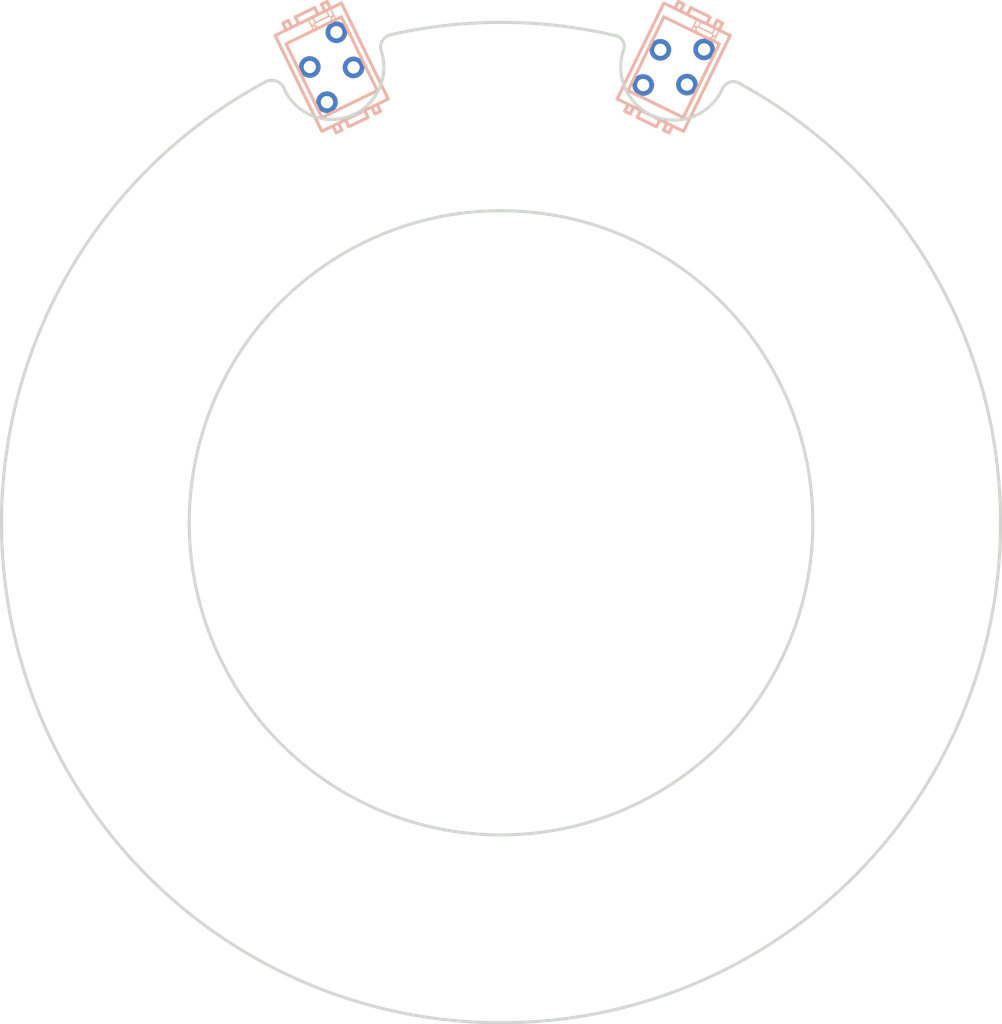
<source format=kicad_pcb>
(kicad_pcb (version 3) (host pcbnew "(2014-06-29 BZR 4957)-product")

  (general
    (links 0)
    (no_connects 0)
    (area 117.460156 62.430714 182.539844 127.539844)
    (thickness 1.6)
    (drawings 11)
    (tracks 0)
    (zones 0)
    (modules 2)
    (nets 4)
  )

  (page A4)
  (title_block
    (title IKEA-Samtid_mood-light)
    (date "18 Jul 2014")
    (rev 0.19.b)
    (company "2014 - blog.spitzenpfeil.org")
  )

  (layers
    (15 F.Cu signal)
    (0 B.Cu signal)
    (18 B.Paste user)
    (19 F.Paste user)
    (20 B.SilkS user)
    (21 F.SilkS user)
    (22 B.Mask user)
    (23 F.Mask user)
    (24 Dwgs.User user)
    (25 Cmts.User user hide)
    (26 Eco1.User user hide)
    (28 Edge.Cuts user)
  )

  (setup
    (last_trace_width 0.4064)
    (user_trace_width 0.2032)
    (user_trace_width 0.254)
    (user_trace_width 1.3)
    (user_trace_width 1.5)
    (user_trace_width 2.032)
    (user_trace_width 2.54)
    (trace_clearance 0.2032)
    (zone_clearance 0.2)
    (zone_45_only no)
    (trace_min 0.2032)
    (segment_width 0.2)
    (edge_width 0.2)
    (via_size 0.7112)
    (via_drill 0.3302)
    (via_min_size 0.5588)
    (via_min_drill 0.254)
    (uvia_size 0.508)
    (uvia_drill 0.127)
    (uvias_allowed no)
    (uvia_min_size 0.508)
    (uvia_min_drill 0.127)
    (pcb_text_width 0.2)
    (pcb_text_size 1 1)
    (mod_edge_width 0.2)
    (mod_text_size 1 1)
    (mod_text_width 0.2)
    (pad_size 0.6 0.75)
    (pad_drill 0)
    (pad_to_mask_clearance 0)
    (aux_axis_origin 0 0)
    (visible_elements FFFFFF7F)
    (pcbplotparams
      (layerselection 268435456)
      (usegerberextensions true)
      (excludeedgelayer true)
      (linewidth 0.100000)
      (plotframeref false)
      (viasonmask false)
      (mode 1)
      (useauxorigin false)
      (hpglpennumber 1)
      (hpglpenspeed 20)
      (hpglpendiameter 15)
      (hpglpenoverlay 2)
      (psnegative false)
      (psa4output false)
      (plotreference true)
      (plotvalue true)
      (plotinvisibletext false)
      (padsonsilk false)
      (subtractmaskfromsilk true)
      (outputformat 1)
      (mirror false)
      (drillshape 0)
      (scaleselection 1)
      (outputdirectory gerber_files/))
  )

  (net 0 "")
  (net 1 /VCC.A)
  (net 2 /WS2812B-LEDs-1/GND)
  (net 3 /TXO/LEDs)

  (net_class Default "This is the default net class."
    (clearance 0.2032)
    (trace_width 0.4064)
    (via_dia 0.7112)
    (via_drill 0.3302)
    (uvia_dia 0.508)
    (uvia_drill 0.127)
    (add_net /TXO/LEDs)
    (add_net /WS2812B-LEDs-1/GND)
  )

  (net_class power ""
    (clearance 0.2032)
    (trace_width 2.54)
    (via_dia 0.7112)
    (via_drill 0.3302)
    (uvia_dia 0.508)
    (uvia_drill 0.127)
  )

  (net_class signal ""
    (clearance 0.1524)
    (trace_width 0.2032)
    (via_dia 0.5588)
    (via_drill 0.254)
    (uvia_dia 0.508)
    (uvia_drill 0.127)
    (add_net /VCC.A)
  )

  (module con-amp-micromatch-MICROMATCH-4 (layer B.Cu) (tedit 53C54FE7) (tstamp 53CAC8D1)
    (at 161.21 65.44 64)
    (descr "MICROMATCH 4  7-215464-4 / 0-215464-4")
    (tags "MICROMATCH 4  7-215464-4 / 0-215464-4")
    (path /53C2AAD1)
    (clearance 0.35)
    (attr virtual)
    (fp_text reference P4.1 (at 0.635 3.175 64) (layer F.SilkS) hide
      (effects (font (size 1.27 1.27) (thickness 0.0889)) (justify mirror))
    )
    (fp_text value B-to-B-2A (at 1.27 -3.175 64) (layer F.SilkS) hide
      (effects (font (size 1.27 1.27) (thickness 0.0889)) (justify mirror))
    )
    (fp_line (start -3.55854 0.6985) (end -3.95986 0.6985) (layer B.SilkS) (width 0.2032))
    (fp_line (start -3.95986 0.6985) (end -3.95986 -0.6985) (layer B.SilkS) (width 0.2032))
    (fp_line (start -3.95986 -0.6985) (end -3.55854 -0.6985) (layer B.SilkS) (width 0.2032))
    (fp_line (start -3.55854 -1.19888) (end -3.95986 -1.19888) (layer B.SilkS) (width 0.2032))
    (fp_line (start -3.95986 -1.19888) (end -3.95986 -1.59766) (layer B.SilkS) (width 0.2032))
    (fp_line (start -3.95986 -1.59766) (end -3.55854 -1.59766) (layer B.SilkS) (width 0.2032))
    (fp_line (start -3.55854 1.59766) (end -3.95986 1.59766) (layer B.SilkS) (width 0.2032))
    (fp_line (start -3.95986 1.59766) (end -3.95986 1.19888) (layer B.SilkS) (width 0.2032))
    (fp_line (start -3.95986 1.19888) (end -3.55854 1.19888) (layer B.SilkS) (width 0.2032))
    (fp_line (start -3.45948 2.39776) (end -3.45948 -2.39776) (layer B.SilkS) (width 0.2032))
    (fp_line (start -2.65938 1.99898) (end -2.65938 -1.99898) (layer B.SilkS) (width 0.2032))
    (fp_line (start 3.35788 1.59766) (end 3.05816 1.59766) (layer B.SilkS) (width 0.1016))
    (fp_line (start 3.05816 1.59766) (end 2.75844 1.59766) (layer B.SilkS) (width 0.1016))
    (fp_line (start 3.35788 0) (end 3.05816 0) (layer B.SilkS) (width 0.1016))
    (fp_line (start 3.05816 0) (end 2.75844 0) (layer B.SilkS) (width 0.1016))
    (fp_line (start 3.05816 0) (end 2.75844 0.29972) (layer B.SilkS) (width 0.1016))
    (fp_line (start 3.05816 1.59766) (end 2.75844 1.29794) (layer B.SilkS) (width 0.1016))
    (fp_line (start 2.9591 1.39954) (end 3.05816 1.29794) (layer B.SilkS) (width 0.1016))
    (fp_line (start 3.35788 1.29794) (end 3.05816 1.29794) (layer B.SilkS) (width 0.1016))
    (fp_line (start 3.05816 1.29794) (end 3.05816 0.29972) (layer B.SilkS) (width 0.1016))
    (fp_line (start 3.05816 0.29972) (end 3.35788 0.29972) (layer B.SilkS) (width 0.1016))
    (fp_line (start 2.9591 0.19812) (end 3.05816 0.29972) (layer B.SilkS) (width 0.1016))
    (fp_line (start 3.55854 -0.6985) (end 3.95986 -0.6985) (layer B.SilkS) (width 0.2032))
    (fp_line (start 3.95986 -0.6985) (end 3.95986 0.6985) (layer B.SilkS) (width 0.2032))
    (fp_line (start 3.95986 0.6985) (end 3.55854 0.6985) (layer B.SilkS) (width 0.2032))
    (fp_line (start 3.55854 1.19888) (end 3.95986 1.19888) (layer B.SilkS) (width 0.2032))
    (fp_line (start 3.95986 1.19888) (end 3.95986 1.59766) (layer B.SilkS) (width 0.2032))
    (fp_line (start 3.95986 1.59766) (end 3.55854 1.59766) (layer B.SilkS) (width 0.2032))
    (fp_line (start 3.55854 -1.59766) (end 3.95986 -1.59766) (layer B.SilkS) (width 0.2032))
    (fp_line (start 3.95986 -1.59766) (end 3.95986 -1.19888) (layer B.SilkS) (width 0.2032))
    (fp_line (start 3.95986 -1.19888) (end 3.55854 -1.19888) (layer B.SilkS) (width 0.2032))
    (fp_line (start 3.45948 -2.39776) (end 3.45948 2.39776) (layer B.SilkS) (width 0.2032))
    (fp_line (start 2.65938 1.99898) (end -2.65938 1.99898) (layer B.SilkS) (width 0.2032))
    (fp_line (start 3.45948 2.39776) (end -3.45948 2.39776) (layer B.SilkS) (width 0.2032))
    (fp_line (start 3.45948 -2.39776) (end -3.45948 -2.39776) (layer B.SilkS) (width 0.2032))
    (fp_line (start 2.65938 -1.99898) (end 2.65938 1.99898) (layer B.SilkS) (width 0.2032))
    (fp_line (start 2.65938 -1.99898) (end -2.65938 -1.99898) (layer B.SilkS) (width 0.2032))
    (pad 1 thru_hole circle (at 1.905 1.27 64) (size 1.4 1.4) (drill 0.8) (layers *.Cu *.Mask))
    (pad 2 thru_hole circle (at 0.635 -1.27 64) (size 1.4 1.4) (drill 0.8) (layers *.Cu *.Mask))
    (pad 3 thru_hole circle (at -0.635 1.27 64) (size 1.4 1.4) (drill 0.8) (layers *.Cu *.Mask))
    (pad 4 thru_hole circle (at -1.905 -1.27 64) (size 1.4 1.4) (drill 0.8) (layers *.Cu *.Mask))
  )

  (module con-amp-micromatch-MICROMATCH-4 (layer B.Cu) (tedit 53C54FC9) (tstamp 53CAC937)
    (at 139 65.44 116)
    (descr "MICROMATCH 4  7-215464-4 / 0-215464-4")
    (tags "MICROMATCH 4  7-215464-4 / 0-215464-4")
    (path /53C2AA2F)
    (clearance 0.35)
    (attr virtual)
    (fp_text reference P3.1 (at 0.635 3.175 116) (layer F.SilkS) hide
      (effects (font (size 1.27 1.27) (thickness 0.0889)) (justify mirror))
    )
    (fp_text value B-to-B-1A (at 1.27 -3.175 116) (layer F.SilkS) hide
      (effects (font (size 1.27 1.27) (thickness 0.0889)) (justify mirror))
    )
    (fp_line (start -3.55854 0.6985) (end -3.95986 0.6985) (layer B.SilkS) (width 0.2032))
    (fp_line (start -3.95986 0.6985) (end -3.95986 -0.6985) (layer B.SilkS) (width 0.2032))
    (fp_line (start -3.95986 -0.6985) (end -3.55854 -0.6985) (layer B.SilkS) (width 0.2032))
    (fp_line (start -3.55854 -1.19888) (end -3.95986 -1.19888) (layer B.SilkS) (width 0.2032))
    (fp_line (start -3.95986 -1.19888) (end -3.95986 -1.59766) (layer B.SilkS) (width 0.2032))
    (fp_line (start -3.95986 -1.59766) (end -3.55854 -1.59766) (layer B.SilkS) (width 0.2032))
    (fp_line (start -3.55854 1.59766) (end -3.95986 1.59766) (layer B.SilkS) (width 0.2032))
    (fp_line (start -3.95986 1.59766) (end -3.95986 1.19888) (layer B.SilkS) (width 0.2032))
    (fp_line (start -3.95986 1.19888) (end -3.55854 1.19888) (layer B.SilkS) (width 0.2032))
    (fp_line (start -3.45948 2.39776) (end -3.45948 -2.39776) (layer B.SilkS) (width 0.2032))
    (fp_line (start -2.65938 1.99898) (end -2.65938 -1.99898) (layer B.SilkS) (width 0.2032))
    (fp_line (start 3.35788 1.59766) (end 3.05816 1.59766) (layer B.SilkS) (width 0.1016))
    (fp_line (start 3.05816 1.59766) (end 2.75844 1.59766) (layer B.SilkS) (width 0.1016))
    (fp_line (start 3.35788 0) (end 3.05816 0) (layer B.SilkS) (width 0.1016))
    (fp_line (start 3.05816 0) (end 2.75844 0) (layer B.SilkS) (width 0.1016))
    (fp_line (start 3.05816 0) (end 2.75844 0.29972) (layer B.SilkS) (width 0.1016))
    (fp_line (start 3.05816 1.59766) (end 2.75844 1.29794) (layer B.SilkS) (width 0.1016))
    (fp_line (start 2.9591 1.39954) (end 3.05816 1.29794) (layer B.SilkS) (width 0.1016))
    (fp_line (start 3.35788 1.29794) (end 3.05816 1.29794) (layer B.SilkS) (width 0.1016))
    (fp_line (start 3.05816 1.29794) (end 3.05816 0.29972) (layer B.SilkS) (width 0.1016))
    (fp_line (start 3.05816 0.29972) (end 3.35788 0.29972) (layer B.SilkS) (width 0.1016))
    (fp_line (start 2.9591 0.19812) (end 3.05816 0.29972) (layer B.SilkS) (width 0.1016))
    (fp_line (start 3.55854 -0.6985) (end 3.95986 -0.6985) (layer B.SilkS) (width 0.2032))
    (fp_line (start 3.95986 -0.6985) (end 3.95986 0.6985) (layer B.SilkS) (width 0.2032))
    (fp_line (start 3.95986 0.6985) (end 3.55854 0.6985) (layer B.SilkS) (width 0.2032))
    (fp_line (start 3.55854 1.19888) (end 3.95986 1.19888) (layer B.SilkS) (width 0.2032))
    (fp_line (start 3.95986 1.19888) (end 3.95986 1.59766) (layer B.SilkS) (width 0.2032))
    (fp_line (start 3.95986 1.59766) (end 3.55854 1.59766) (layer B.SilkS) (width 0.2032))
    (fp_line (start 3.55854 -1.59766) (end 3.95986 -1.59766) (layer B.SilkS) (width 0.2032))
    (fp_line (start 3.95986 -1.59766) (end 3.95986 -1.19888) (layer B.SilkS) (width 0.2032))
    (fp_line (start 3.95986 -1.19888) (end 3.55854 -1.19888) (layer B.SilkS) (width 0.2032))
    (fp_line (start 3.45948 -2.39776) (end 3.45948 2.39776) (layer B.SilkS) (width 0.2032))
    (fp_line (start 2.65938 1.99898) (end -2.65938 1.99898) (layer B.SilkS) (width 0.2032))
    (fp_line (start 3.45948 2.39776) (end -3.45948 2.39776) (layer B.SilkS) (width 0.2032))
    (fp_line (start 3.45948 -2.39776) (end -3.45948 -2.39776) (layer B.SilkS) (width 0.2032))
    (fp_line (start 2.65938 -1.99898) (end 2.65938 1.99898) (layer B.SilkS) (width 0.2032))
    (fp_line (start 2.65938 -1.99898) (end -2.65938 -1.99898) (layer B.SilkS) (width 0.2032))
    (pad 1 thru_hole circle (at 1.905 1.27 116) (size 1.4 1.4) (drill 0.8) (layers *.Cu *.Mask)
      (net 3 /TXO/LEDs))
    (pad 2 thru_hole circle (at 0.635 -1.27 116) (size 1.4 1.4) (drill 0.8) (layers *.Cu *.Mask)
      (net 1 /VCC.A))
    (pad 3 thru_hole circle (at -0.635 1.27 116) (size 1.4 1.4) (drill 0.8) (layers *.Cu *.Mask)
      (net 2 /WS2812B-LEDs-1/GND))
    (pad 4 thru_hole circle (at -1.905 -1.27 116) (size 1.4 1.4) (drill 0.8) (layers *.Cu *.Mask))
  )

  (gr_arc (start 157.27 64.1) (end 157.34 63.37) (angle 113.4318231) (layer Edge.Cuts) (width 0.2))
  (gr_arc (start 165.09 67.15) (end 164.36 66.89) (angle 106.7433869) (layer Edge.Cuts) (width 0.2))
  (gr_arc (start 161.23 65.42) (end 164.36 66.88) (angle 171.4494212) (layer Edge.Cuts) (width 0.2))
  (gr_arc (start 143.02 64.15) (end 142.19 64.28) (angle 87.05963669) (layer Edge.Cuts) (width 0.2))
  (gr_arc (start 135.11 67.16) (end 134.7 66.39) (angle 100.818031) (layer Edge.Cuts) (width 0.2))
  (gr_arc (start 139 65.44) (end 142.19 64.29) (angle 174.6054151) (layer Edge.Cuts) (width 0.2) (tstamp 53CB070F))
  (gr_arc (start 150 95) (end 142.84 63.33) (angle 25.80990109) (layer Edge.Cuts) (width 0.2) (tstamp 53CB0767))
  (gr_arc (start 150 95) (end 165.55 66.53) (angle 303.2441293) (layer Edge.Cuts) (width 0.2) (tstamp 53CB0975))
  (gr_circle (center 150 95) (end 150.5 95) (layer Eco1.User) (width 0.2))
  (gr_circle (center 150 95) (end 170.25 95) (layer Edge.Cuts) (width 0.2) (tstamp 53C1937A))
  (gr_circle (center 150 95) (end 182.5 95) (layer Cmts.User) (width 0.2))

)

</source>
